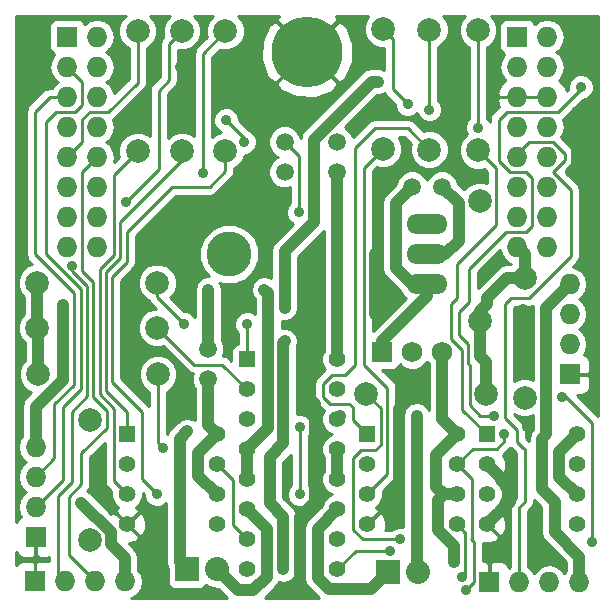
<source format=gtl>
%FSLAX34Y34*%
G04 Gerber Fmt 3.4, Leading zero omitted, Abs format*
G04 (created by PCBNEW (2014-jan-25)-product) date Wed 09 Jul 2014 11:31:52 PM PDT*
%MOIN*%
G01*
G70*
G90*
G04 APERTURE LIST*
%ADD10C,0.003937*%
%ADD11R,0.068000X0.068000*%
%ADD12O,0.068000X0.068000*%
%ADD13C,0.059100*%
%ADD14C,0.068000*%
%ADD15C,0.078700*%
%ADD16R,0.055000X0.055000*%
%ADD17C,0.055000*%
%ADD18R,0.080000X0.080000*%
%ADD19O,0.080000X0.080000*%
%ADD20O,0.137800X0.066900*%
%ADD21C,0.149600*%
%ADD22C,0.236220*%
%ADD23C,0.035000*%
%ADD24C,0.040000*%
%ADD25C,0.010000*%
G04 APERTURE END LIST*
G54D10*
G54D11*
X32000Y-41500D03*
G54D12*
X33000Y-41500D03*
X32000Y-42500D03*
X33000Y-42500D03*
X32000Y-43500D03*
X33000Y-43500D03*
X32000Y-44500D03*
X33000Y-44500D03*
X32000Y-45500D03*
X33000Y-45500D03*
X32000Y-46500D03*
X33000Y-46500D03*
X32000Y-47500D03*
X33000Y-47500D03*
X32000Y-48500D03*
X33000Y-48500D03*
G54D11*
X47000Y-41500D03*
G54D12*
X48000Y-41500D03*
X47000Y-42500D03*
X48000Y-42500D03*
X47000Y-43500D03*
X48000Y-43500D03*
X47000Y-44500D03*
X48000Y-44500D03*
X47000Y-45500D03*
X48000Y-45500D03*
X47000Y-46500D03*
X48000Y-46500D03*
X47000Y-47500D03*
X48000Y-47500D03*
X47000Y-48500D03*
X48000Y-48500D03*
G54D13*
X43500Y-46500D03*
X44500Y-46500D03*
X39250Y-46000D03*
X39250Y-45000D03*
X41000Y-46000D03*
X41000Y-45000D03*
X36700Y-52900D03*
X36700Y-51900D03*
G54D11*
X42500Y-52000D03*
G54D14*
X43500Y-52000D03*
X44500Y-52000D03*
G54D11*
X48750Y-52750D03*
G54D12*
X48750Y-51750D03*
X48750Y-50750D03*
X48750Y-49750D03*
G54D11*
X30950Y-58175D03*
G54D12*
X30950Y-57175D03*
X30950Y-56175D03*
X30950Y-55175D03*
G54D15*
X45750Y-50969D03*
X45750Y-46969D03*
X45700Y-41281D03*
X45700Y-45281D03*
X37275Y-41306D03*
X37275Y-45306D03*
X35825Y-41306D03*
X35825Y-45306D03*
X34350Y-41306D03*
X34350Y-45306D03*
X44075Y-41256D03*
X44075Y-45256D03*
X42525Y-41231D03*
X42525Y-45231D03*
X31006Y-51200D03*
X35006Y-51200D03*
X31006Y-49700D03*
X35006Y-49700D03*
X31031Y-52750D03*
X35031Y-52750D03*
X32750Y-54281D03*
X32750Y-58281D03*
X47250Y-49531D03*
X47250Y-53531D03*
X45969Y-53400D03*
X41969Y-53400D03*
G54D16*
X46000Y-54750D03*
G54D17*
X46000Y-55750D03*
X46000Y-56750D03*
X46000Y-57750D03*
X49000Y-57750D03*
X49000Y-56750D03*
X49000Y-55750D03*
X49000Y-54750D03*
G54D16*
X34000Y-54750D03*
G54D17*
X34000Y-55750D03*
X34000Y-56750D03*
X34000Y-57750D03*
X37000Y-57750D03*
X37000Y-56750D03*
X37000Y-55750D03*
X37000Y-54750D03*
G54D16*
X42000Y-54750D03*
G54D17*
X42000Y-55750D03*
X42000Y-56750D03*
X42000Y-57750D03*
X45000Y-57750D03*
X45000Y-56750D03*
X45000Y-55750D03*
X45000Y-54750D03*
G54D16*
X38000Y-52250D03*
G54D17*
X38000Y-53250D03*
X38000Y-54250D03*
X38000Y-55250D03*
X38000Y-56250D03*
X38000Y-57250D03*
X38000Y-58250D03*
X38000Y-59250D03*
X41000Y-59250D03*
X41000Y-58250D03*
X41000Y-57250D03*
X41000Y-56250D03*
X41000Y-55250D03*
X41000Y-54250D03*
X41000Y-53250D03*
X41000Y-52250D03*
G54D18*
X42700Y-59325D03*
G54D19*
X43700Y-59325D03*
G54D18*
X36000Y-59250D03*
G54D19*
X37000Y-59250D03*
G54D11*
X30925Y-59650D03*
G54D12*
X31925Y-59650D03*
X32925Y-59650D03*
X33925Y-59650D03*
G54D11*
X46075Y-59675D03*
G54D12*
X47075Y-59675D03*
X48075Y-59675D03*
X49075Y-59675D03*
G54D20*
X44000Y-48750D03*
X44000Y-49750D03*
X44000Y-47750D03*
G54D21*
X37400Y-48750D03*
G54D22*
X40000Y-42000D03*
G54D23*
X38575Y-49925D03*
X36700Y-49925D03*
X49125Y-43175D03*
X49500Y-58325D03*
X46225Y-54125D03*
X48480Y-53500D03*
X43350Y-43750D03*
X44075Y-43925D03*
X37900Y-45000D03*
X37300Y-44275D03*
X36525Y-46050D03*
X33950Y-47000D03*
X45700Y-44525D03*
X32450Y-57025D03*
X39250Y-50525D03*
X42350Y-43000D03*
X31850Y-50450D03*
X32150Y-49125D03*
X41000Y-47700D03*
X44900Y-59000D03*
X39725Y-47350D03*
X43050Y-55750D03*
X43500Y-53450D03*
X44925Y-41525D03*
X44925Y-43925D03*
X47340Y-54520D03*
X44925Y-45550D03*
X42225Y-41950D03*
X35750Y-42500D03*
X35000Y-42500D03*
X33500Y-42000D03*
X40250Y-48750D03*
X40250Y-50750D03*
X42250Y-50750D03*
X42250Y-48750D03*
X38275Y-41050D03*
X38500Y-47750D03*
X34000Y-49750D03*
X34000Y-51250D03*
X34000Y-52750D03*
X40250Y-52000D03*
X43000Y-56750D03*
X40250Y-55000D03*
X40000Y-53250D03*
X39750Y-59750D03*
X35000Y-57500D03*
X35000Y-59500D03*
X33000Y-55750D03*
X39750Y-57500D03*
X46750Y-57000D03*
X47500Y-58250D03*
X47200Y-52000D03*
X48800Y-46000D03*
X49000Y-44000D03*
X47200Y-50600D03*
X46000Y-49400D03*
X39250Y-51650D03*
X39200Y-59250D03*
X35000Y-56750D03*
X39750Y-56750D03*
X39750Y-54500D03*
X35900Y-51075D03*
X38000Y-51075D03*
X35200Y-55200D03*
X46575Y-54750D03*
X45300Y-59950D03*
X42750Y-58625D03*
X43100Y-58250D03*
X45150Y-59500D03*
X36000Y-54650D03*
X43650Y-54125D03*
G54D24*
X42500Y-52000D02*
X42500Y-51650D01*
X44000Y-50150D02*
X44000Y-49750D01*
X42500Y-51650D02*
X44000Y-50150D01*
X44000Y-49750D02*
X43500Y-49750D01*
X43500Y-49750D02*
X42950Y-49200D01*
X42950Y-47050D02*
X43500Y-46500D01*
X42950Y-49200D02*
X42950Y-47050D01*
X44000Y-49750D02*
X43550Y-49750D01*
X44000Y-49750D02*
X43525Y-49750D01*
X31031Y-52750D02*
X31031Y-51225D01*
X31031Y-51225D02*
X31006Y-51200D01*
X31006Y-51200D02*
X31006Y-49700D01*
X38000Y-55250D02*
X38699Y-54550D01*
X38699Y-50049D02*
X38575Y-49925D01*
X38699Y-51699D02*
X38699Y-50049D01*
X38699Y-54550D02*
X38699Y-51699D01*
X36700Y-51900D02*
X36700Y-49925D01*
X45750Y-50969D02*
X45812Y-50969D01*
X47250Y-49531D02*
X47250Y-48750D01*
X47250Y-48750D02*
X47000Y-48500D01*
X41000Y-55250D02*
X41000Y-56250D01*
X38000Y-55250D02*
X38000Y-56250D01*
X45050Y-47050D02*
X44500Y-46500D01*
X45050Y-48300D02*
X45050Y-47050D01*
X44600Y-48750D02*
X45050Y-48300D01*
X44000Y-48750D02*
X44600Y-48750D01*
X45969Y-52344D02*
X45750Y-52125D01*
X45750Y-52125D02*
X45750Y-50969D01*
X45969Y-53400D02*
X45969Y-52344D01*
X45750Y-50650D02*
X45750Y-50969D01*
X46669Y-49531D02*
X46000Y-50200D01*
X46000Y-50200D02*
X46000Y-50400D01*
X46000Y-50400D02*
X45750Y-50650D01*
X47250Y-49531D02*
X46669Y-49531D01*
G54D25*
X32000Y-42500D02*
X32500Y-43000D01*
X31300Y-48750D02*
X32450Y-49900D01*
X31300Y-44325D02*
X31300Y-48750D01*
X31625Y-44000D02*
X31300Y-44325D01*
X32275Y-44000D02*
X31625Y-44000D01*
X32500Y-43775D02*
X32275Y-44000D01*
X32500Y-43000D02*
X32500Y-43775D01*
X30950Y-57175D02*
X31850Y-56275D01*
X32450Y-53250D02*
X31850Y-53850D01*
X31850Y-53850D02*
X31850Y-56275D01*
X32450Y-49900D02*
X32450Y-53250D01*
X49500Y-54375D02*
X49500Y-58325D01*
X49492Y-54367D02*
X49500Y-54375D01*
X49125Y-43175D02*
X49125Y-43250D01*
X45775Y-54125D02*
X46225Y-54125D01*
X45425Y-53775D02*
X45775Y-54125D01*
X45425Y-52450D02*
X45425Y-53775D01*
X45375Y-52400D02*
X45425Y-52450D01*
X45375Y-51750D02*
X45375Y-52400D01*
X45050Y-51425D02*
X45375Y-51750D01*
X45050Y-50675D02*
X45050Y-51425D01*
X45400Y-50325D02*
X45050Y-50675D01*
X45400Y-49225D02*
X45400Y-50325D01*
X46625Y-48000D02*
X45400Y-49225D01*
X47300Y-48000D02*
X46625Y-48000D01*
X47500Y-47800D02*
X47300Y-48000D01*
X47500Y-46200D02*
X47500Y-47800D01*
X47300Y-46000D02*
X47500Y-46200D01*
X46750Y-46000D02*
X47300Y-46000D01*
X46388Y-45638D02*
X46750Y-46000D01*
X46388Y-44261D02*
X46388Y-45638D01*
X46650Y-44000D02*
X46388Y-44261D01*
X48375Y-44000D02*
X46650Y-44000D01*
X49125Y-43250D02*
X48375Y-44000D01*
X48625Y-53500D02*
X48480Y-53500D01*
X49492Y-54367D02*
X48625Y-53500D01*
X30950Y-56175D02*
X31575Y-55550D01*
X32225Y-53100D02*
X31575Y-53750D01*
X31575Y-53750D02*
X31575Y-55550D01*
X32225Y-50050D02*
X30925Y-48750D01*
X31425Y-43500D02*
X30925Y-44000D01*
X30925Y-44000D02*
X30925Y-48750D01*
X32000Y-43500D02*
X31425Y-43500D01*
X32225Y-50050D02*
X32225Y-53100D01*
X42775Y-41481D02*
X42525Y-41231D01*
X43350Y-43750D02*
X42850Y-43250D01*
X42850Y-43250D02*
X42850Y-41556D01*
X42850Y-41556D02*
X42525Y-41231D01*
X32000Y-45500D02*
X32500Y-45000D01*
X34350Y-43025D02*
X34350Y-41306D01*
X33375Y-44000D02*
X34350Y-43025D01*
X32750Y-44000D02*
X33375Y-44000D01*
X32500Y-44250D02*
X32750Y-44000D01*
X32500Y-45000D02*
X32500Y-44250D01*
X32050Y-56825D02*
X32050Y-58775D01*
X32050Y-58775D02*
X32925Y-59650D01*
X32500Y-46000D02*
X32500Y-49300D01*
X33325Y-53965D02*
X33325Y-54525D01*
X33000Y-45500D02*
X32500Y-46000D01*
X32475Y-56400D02*
X32475Y-55375D01*
X32475Y-55375D02*
X33325Y-54525D01*
X32050Y-56825D02*
X32475Y-56400D01*
X32865Y-49665D02*
X32865Y-53505D01*
X32865Y-53505D02*
X33325Y-53965D01*
X32500Y-49300D02*
X32865Y-49665D01*
X44075Y-41256D02*
X44075Y-43925D01*
X37300Y-44275D02*
X37900Y-44875D01*
X37900Y-44875D02*
X37900Y-45000D01*
X36525Y-42056D02*
X37275Y-41306D01*
X36525Y-46050D02*
X36525Y-42056D01*
X35053Y-45897D02*
X33950Y-47000D01*
X35400Y-41731D02*
X35825Y-41306D01*
X35053Y-43297D02*
X35400Y-42950D01*
X35400Y-42950D02*
X35400Y-41731D01*
X35053Y-45897D02*
X35053Y-43297D01*
X45700Y-44525D02*
X45700Y-41281D01*
G54D24*
X33450Y-58400D02*
X33925Y-58875D01*
X33450Y-58000D02*
X33450Y-58400D01*
X33925Y-58875D02*
X33925Y-59650D01*
X47975Y-50525D02*
X47975Y-54750D01*
X47975Y-54750D02*
X47835Y-54890D01*
X48750Y-49750D02*
X47975Y-50525D01*
X47835Y-56585D02*
X47835Y-54890D01*
X32450Y-57025D02*
X32475Y-57025D01*
X32475Y-57025D02*
X33450Y-58000D01*
X39250Y-48650D02*
X39250Y-50525D01*
X40225Y-47675D02*
X39250Y-48650D01*
X42150Y-43000D02*
X40225Y-44925D01*
X42350Y-43000D02*
X42150Y-43000D01*
X40225Y-44925D02*
X40225Y-47675D01*
X30950Y-53825D02*
X30950Y-55175D01*
X30950Y-53825D02*
X31850Y-52925D01*
X31850Y-52925D02*
X31850Y-50450D01*
X49075Y-58825D02*
X48250Y-58000D01*
X48250Y-58000D02*
X48250Y-57000D01*
X48250Y-57000D02*
X47835Y-56585D01*
X49075Y-59675D02*
X49075Y-58825D01*
G54D25*
X47400Y-45000D02*
X48200Y-45000D01*
X48200Y-45000D02*
X48600Y-45400D01*
X48600Y-45400D02*
X48600Y-45600D01*
X48600Y-45600D02*
X48200Y-46000D01*
X48200Y-46000D02*
X48800Y-46600D01*
X48800Y-46600D02*
X48800Y-48800D01*
X48800Y-48800D02*
X47400Y-50200D01*
X47200Y-55200D02*
X47250Y-55250D01*
X47250Y-55250D02*
X47250Y-57000D01*
X47250Y-57000D02*
X47075Y-57175D01*
X47075Y-57175D02*
X47075Y-59675D01*
X46600Y-54200D02*
X47000Y-54600D01*
X47000Y-54600D02*
X47000Y-55000D01*
X47000Y-55000D02*
X47200Y-55200D01*
X47000Y-45400D02*
X47400Y-45000D01*
X47000Y-45500D02*
X47000Y-45400D01*
X46800Y-50200D02*
X46600Y-50400D01*
X46600Y-50400D02*
X46600Y-54200D01*
X47400Y-50200D02*
X46800Y-50200D01*
X32150Y-49300D02*
X32150Y-49125D01*
X32665Y-49815D02*
X32150Y-49300D01*
X32665Y-53485D02*
X32665Y-49815D01*
X32150Y-54000D02*
X32665Y-53485D01*
X32150Y-56350D02*
X32150Y-54000D01*
X31700Y-56800D02*
X32150Y-56350D01*
X31700Y-59425D02*
X31700Y-56800D01*
X31925Y-59650D02*
X31700Y-59425D01*
G54D24*
X41000Y-52250D02*
X41000Y-47700D01*
X37000Y-56750D02*
X36375Y-56125D01*
X36375Y-55375D02*
X37000Y-54750D01*
X36375Y-56125D02*
X36375Y-55375D01*
X37000Y-54750D02*
X36700Y-54450D01*
X36700Y-54450D02*
X36700Y-52900D01*
X44500Y-52000D02*
X44500Y-52150D01*
X44500Y-54250D02*
X45000Y-54750D01*
X44500Y-52000D02*
X44500Y-54250D01*
X44550Y-56750D02*
X44300Y-56500D01*
X45000Y-56750D02*
X44550Y-56750D01*
X48410Y-56160D02*
X48410Y-55340D01*
X48410Y-55340D02*
X49000Y-54750D01*
X49000Y-56750D02*
X48410Y-56160D01*
X44300Y-56500D02*
X44300Y-55450D01*
X44300Y-55450D02*
X45000Y-54750D01*
X44900Y-58475D02*
X44350Y-57925D01*
X44350Y-57925D02*
X44350Y-56950D01*
X44550Y-56750D02*
X44350Y-56950D01*
X44900Y-59000D02*
X44900Y-58475D01*
X41000Y-47700D02*
X41000Y-46000D01*
G54D25*
X39725Y-47350D02*
X39750Y-47325D01*
X39725Y-45475D02*
X39250Y-45000D01*
X39725Y-47350D02*
X39725Y-45475D01*
G54D24*
X43050Y-55750D02*
X43050Y-55750D01*
X43050Y-53899D02*
X43500Y-53450D01*
X43050Y-55750D02*
X43050Y-53899D01*
X44925Y-43925D02*
X44925Y-41525D01*
X44925Y-43925D02*
X44925Y-45550D01*
X40250Y-48750D02*
X40250Y-50750D01*
X42250Y-50750D02*
X42250Y-48750D01*
G54D25*
X44925Y-45550D02*
X44525Y-45950D01*
X42250Y-46750D02*
X42250Y-48750D01*
X43050Y-45950D02*
X42250Y-46750D01*
X44525Y-45950D02*
X43050Y-45950D01*
G54D24*
X38275Y-44525D02*
X38275Y-41050D01*
X38500Y-44750D02*
X38500Y-47750D01*
X38275Y-44525D02*
X38500Y-44750D01*
X34000Y-52750D02*
X34000Y-51250D01*
X34000Y-49750D02*
X34000Y-51250D01*
X40250Y-50750D02*
X40250Y-52000D01*
X43050Y-56700D02*
X43000Y-56750D01*
X43050Y-55750D02*
X43050Y-56700D01*
X40250Y-55000D02*
X40250Y-57000D01*
X40000Y-53500D02*
X40250Y-53750D01*
X40250Y-53750D02*
X40250Y-55000D01*
X40000Y-52250D02*
X40250Y-52000D01*
X40000Y-52250D02*
X40000Y-53250D01*
X40000Y-53250D02*
X40000Y-53500D01*
X40250Y-57000D02*
X39750Y-57500D01*
X39750Y-59750D02*
X39750Y-57500D01*
X35000Y-57500D02*
X35000Y-59500D01*
X46750Y-56500D02*
X46750Y-57000D01*
X46750Y-57000D02*
X46000Y-57750D01*
X46000Y-55750D02*
X46750Y-56500D01*
X49000Y-45800D02*
X48800Y-46000D01*
X49000Y-44000D02*
X49000Y-45800D01*
X47200Y-52000D02*
X47200Y-50600D01*
X38750Y-55500D02*
X39200Y-55050D01*
X38750Y-57050D02*
X38750Y-55500D01*
X39250Y-51650D02*
X39200Y-51700D01*
X39200Y-51700D02*
X39200Y-55050D01*
X39200Y-57500D02*
X38750Y-57050D01*
X39200Y-59250D02*
X39200Y-57500D01*
G54D25*
X46000Y-54750D02*
X45175Y-53925D01*
X46300Y-45881D02*
X45700Y-45281D01*
X46300Y-47775D02*
X46300Y-45881D01*
X45000Y-49075D02*
X46300Y-47775D01*
X45000Y-50200D02*
X44800Y-50400D01*
X44800Y-50400D02*
X44800Y-51575D01*
X44800Y-51575D02*
X45175Y-51950D01*
X45175Y-51950D02*
X45175Y-53925D01*
X45000Y-49075D02*
X45000Y-50200D01*
X37275Y-45975D02*
X36750Y-46500D01*
X36750Y-46500D02*
X35500Y-46500D01*
X35500Y-46500D02*
X34000Y-48000D01*
X34000Y-48000D02*
X34000Y-49000D01*
X34000Y-49000D02*
X33500Y-49499D01*
X33500Y-49499D02*
X33500Y-53000D01*
X33500Y-53000D02*
X34500Y-54000D01*
X34500Y-54000D02*
X34500Y-56250D01*
X34500Y-56250D02*
X35000Y-56750D01*
X37275Y-45306D02*
X37275Y-45975D01*
X33760Y-48880D02*
X33760Y-47660D01*
X35825Y-45595D02*
X35825Y-45306D01*
X33760Y-47660D02*
X35825Y-45595D01*
X33300Y-53320D02*
X33300Y-49340D01*
X33300Y-49340D02*
X33760Y-48880D01*
X34000Y-54020D02*
X34000Y-54750D01*
X33300Y-53320D02*
X34000Y-54020D01*
X34350Y-45306D02*
X33550Y-46106D01*
X33550Y-53890D02*
X33550Y-56300D01*
X33550Y-46106D02*
X33550Y-48780D01*
X34000Y-56750D02*
X33550Y-56300D01*
X34000Y-56750D02*
X34225Y-56750D01*
X33080Y-49250D02*
X33080Y-53420D01*
X33080Y-53420D02*
X33550Y-53890D01*
X33550Y-48780D02*
X33080Y-49250D01*
X44075Y-45256D02*
X43369Y-44550D01*
X41525Y-54275D02*
X41525Y-53850D01*
X41525Y-53850D02*
X41400Y-53725D01*
X41400Y-53725D02*
X40750Y-53725D01*
X40750Y-53725D02*
X40525Y-53500D01*
X40525Y-53500D02*
X40525Y-53075D01*
X40525Y-53075D02*
X40825Y-52775D01*
X40825Y-52775D02*
X41275Y-52775D01*
X41275Y-52775D02*
X41600Y-52450D01*
X41600Y-52450D02*
X41600Y-45200D01*
X41525Y-54275D02*
X42000Y-54750D01*
X42250Y-44550D02*
X41600Y-45200D01*
X43369Y-44550D02*
X42250Y-44550D01*
X42000Y-56750D02*
X42675Y-56075D01*
X41900Y-45856D02*
X42525Y-45231D01*
X41900Y-52425D02*
X41900Y-45856D01*
X42675Y-53200D02*
X41900Y-52425D01*
X42675Y-56075D02*
X42675Y-53200D01*
X36231Y-52425D02*
X35006Y-51200D01*
X38000Y-53250D02*
X37175Y-52425D01*
X37175Y-52425D02*
X36231Y-52425D01*
X39750Y-54500D02*
X39750Y-56750D01*
X38000Y-52250D02*
X38000Y-51075D01*
X35006Y-50181D02*
X35006Y-49700D01*
X35900Y-51075D02*
X35006Y-50181D01*
X38000Y-58250D02*
X37525Y-57775D01*
X37525Y-56275D02*
X37000Y-55750D01*
X37525Y-57775D02*
X37525Y-56275D01*
X35200Y-55200D02*
X35031Y-55031D01*
X35031Y-55031D02*
X35031Y-52750D01*
X46325Y-55225D02*
X46575Y-54975D01*
X46575Y-54975D02*
X46575Y-54750D01*
X45525Y-55225D02*
X46325Y-55225D01*
X45000Y-55750D02*
X45525Y-55225D01*
X45575Y-58337D02*
X45475Y-58237D01*
X45487Y-58237D02*
X45487Y-56237D01*
X45487Y-56237D02*
X45000Y-55750D01*
X45475Y-58237D02*
X45487Y-58237D01*
X45300Y-59950D02*
X45575Y-59675D01*
X45575Y-59675D02*
X45575Y-58337D01*
X41625Y-58625D02*
X42750Y-58625D01*
X41000Y-59250D02*
X41625Y-58625D01*
X41525Y-57925D02*
X41525Y-55550D01*
X41969Y-53400D02*
X42450Y-53881D01*
X42450Y-53881D02*
X42450Y-55100D01*
X42450Y-55100D02*
X42275Y-55275D01*
X42275Y-55275D02*
X41800Y-55275D01*
X41800Y-55275D02*
X41525Y-55550D01*
X43100Y-58250D02*
X41850Y-58250D01*
X41850Y-58250D02*
X41525Y-57925D01*
X45000Y-57750D02*
X45275Y-58025D01*
X45150Y-59500D02*
X45275Y-59375D01*
X45275Y-59375D02*
X45275Y-58025D01*
G54D24*
X35750Y-54900D02*
X35750Y-59000D01*
X36000Y-54650D02*
X35750Y-54900D01*
X35750Y-59000D02*
X36000Y-59250D01*
X38650Y-57900D02*
X38650Y-59500D01*
X38650Y-59500D02*
X38200Y-59950D01*
X38200Y-59950D02*
X37700Y-59950D01*
X37700Y-59950D02*
X37000Y-59250D01*
X38000Y-57250D02*
X38650Y-57900D01*
X41000Y-57250D02*
X40350Y-57900D01*
X42125Y-59900D02*
X42700Y-59325D01*
X40725Y-59900D02*
X42125Y-59900D01*
X40350Y-59525D02*
X40725Y-59900D01*
X40350Y-57900D02*
X40350Y-59525D01*
X43650Y-59275D02*
X43700Y-59325D01*
X41000Y-54250D02*
X41100Y-54150D01*
X43650Y-54125D02*
X43650Y-59275D01*
G54D25*
G36*
X31400Y-58987D02*
X31334Y-58960D01*
X31022Y-58960D01*
X30935Y-59047D01*
X30935Y-59640D01*
X30942Y-59640D01*
X30942Y-59660D01*
X30935Y-59660D01*
X30935Y-59667D01*
X30915Y-59667D01*
X30915Y-59660D01*
X30907Y-59660D01*
X30907Y-59640D01*
X30915Y-59640D01*
X30915Y-59047D01*
X30827Y-58960D01*
X30515Y-58960D01*
X30386Y-59013D01*
X30300Y-59100D01*
X30300Y-58681D01*
X30313Y-58713D01*
X30411Y-58811D01*
X30540Y-58865D01*
X30679Y-58865D01*
X30852Y-58865D01*
X30940Y-58777D01*
X30940Y-58185D01*
X30932Y-58185D01*
X30932Y-58165D01*
X30940Y-58165D01*
X30940Y-58157D01*
X30960Y-58157D01*
X30960Y-58165D01*
X30967Y-58165D01*
X30967Y-58185D01*
X30960Y-58185D01*
X30960Y-58777D01*
X31047Y-58865D01*
X31220Y-58865D01*
X31359Y-58865D01*
X31400Y-58848D01*
X31400Y-58987D01*
X31400Y-58987D01*
G37*
X31400Y-58987D02*
X31334Y-58960D01*
X31022Y-58960D01*
X30935Y-59047D01*
X30935Y-59640D01*
X30942Y-59640D01*
X30942Y-59660D01*
X30935Y-59660D01*
X30935Y-59667D01*
X30915Y-59667D01*
X30915Y-59660D01*
X30907Y-59660D01*
X30907Y-59640D01*
X30915Y-59640D01*
X30915Y-59047D01*
X30827Y-58960D01*
X30515Y-58960D01*
X30386Y-59013D01*
X30300Y-59100D01*
X30300Y-58681D01*
X30313Y-58713D01*
X30411Y-58811D01*
X30540Y-58865D01*
X30679Y-58865D01*
X30852Y-58865D01*
X30940Y-58777D01*
X30940Y-58185D01*
X30932Y-58185D01*
X30932Y-58165D01*
X30940Y-58165D01*
X30940Y-58157D01*
X30960Y-58157D01*
X30960Y-58165D01*
X30967Y-58165D01*
X30967Y-58185D01*
X30960Y-58185D01*
X30960Y-58777D01*
X31047Y-58865D01*
X31220Y-58865D01*
X31359Y-58865D01*
X31400Y-58848D01*
X31400Y-58987D01*
G36*
X34019Y-55755D02*
X34005Y-55769D01*
X34000Y-55764D01*
X33994Y-55769D01*
X33980Y-55755D01*
X33985Y-55750D01*
X33980Y-55744D01*
X33994Y-55730D01*
X34000Y-55735D01*
X34005Y-55730D01*
X34019Y-55744D01*
X34014Y-55750D01*
X34019Y-55755D01*
X34019Y-55755D01*
G37*
X34019Y-55755D02*
X34005Y-55769D01*
X34000Y-55764D01*
X33994Y-55769D01*
X33980Y-55755D01*
X33985Y-55750D01*
X33980Y-55744D01*
X33994Y-55730D01*
X34000Y-55735D01*
X34005Y-55730D01*
X34019Y-55744D01*
X34014Y-55750D01*
X34019Y-55755D01*
G36*
X34050Y-42900D02*
X33568Y-43381D01*
X33545Y-43262D01*
X33417Y-43071D01*
X33310Y-43000D01*
X33417Y-42928D01*
X33545Y-42737D01*
X33590Y-42511D01*
X33590Y-42488D01*
X33545Y-42262D01*
X33417Y-42071D01*
X33310Y-42000D01*
X33417Y-41928D01*
X33545Y-41737D01*
X33590Y-41511D01*
X33590Y-41488D01*
X33545Y-41262D01*
X33417Y-41071D01*
X33225Y-40943D01*
X33000Y-40898D01*
X32774Y-40943D01*
X32582Y-41071D01*
X32577Y-41079D01*
X32551Y-41018D01*
X32481Y-40948D01*
X32389Y-40910D01*
X32290Y-40910D01*
X31610Y-40910D01*
X31518Y-40948D01*
X31448Y-41018D01*
X31410Y-41110D01*
X31410Y-41209D01*
X31410Y-41889D01*
X31448Y-41981D01*
X31518Y-42051D01*
X31578Y-42077D01*
X31454Y-42262D01*
X31410Y-42488D01*
X31410Y-42511D01*
X31454Y-42737D01*
X31582Y-42928D01*
X31689Y-43000D01*
X31582Y-43071D01*
X31496Y-43200D01*
X31425Y-43200D01*
X31310Y-43222D01*
X31212Y-43287D01*
X30712Y-43787D01*
X30647Y-43885D01*
X30625Y-44000D01*
X30625Y-48750D01*
X30647Y-48864D01*
X30712Y-48962D01*
X30828Y-49077D01*
X30641Y-49154D01*
X30460Y-49335D01*
X30362Y-49571D01*
X30362Y-49827D01*
X30460Y-50064D01*
X30556Y-50160D01*
X30556Y-50739D01*
X30460Y-50835D01*
X30362Y-51071D01*
X30362Y-51327D01*
X30460Y-51564D01*
X30581Y-51685D01*
X30581Y-52289D01*
X30485Y-52385D01*
X30387Y-52621D01*
X30387Y-52877D01*
X30485Y-53114D01*
X30666Y-53295D01*
X30791Y-53347D01*
X30631Y-53506D01*
X30534Y-53652D01*
X30500Y-53825D01*
X30500Y-54795D01*
X30404Y-54937D01*
X30360Y-55163D01*
X30360Y-55186D01*
X30404Y-55412D01*
X30532Y-55603D01*
X30639Y-55675D01*
X30532Y-55746D01*
X30404Y-55937D01*
X30360Y-56163D01*
X30360Y-56186D01*
X30404Y-56412D01*
X30532Y-56603D01*
X30639Y-56675D01*
X30532Y-56746D01*
X30404Y-56937D01*
X30360Y-57163D01*
X30360Y-57186D01*
X30404Y-57412D01*
X30472Y-57513D01*
X30411Y-57538D01*
X30313Y-57636D01*
X30300Y-57668D01*
X30300Y-40800D01*
X33946Y-40800D01*
X33804Y-40941D01*
X33706Y-41177D01*
X33706Y-41433D01*
X33804Y-41670D01*
X33985Y-41851D01*
X34050Y-41878D01*
X34050Y-42900D01*
X34050Y-42900D01*
G37*
X34050Y-42900D02*
X33568Y-43381D01*
X33545Y-43262D01*
X33417Y-43071D01*
X33310Y-43000D01*
X33417Y-42928D01*
X33545Y-42737D01*
X33590Y-42511D01*
X33590Y-42488D01*
X33545Y-42262D01*
X33417Y-42071D01*
X33310Y-42000D01*
X33417Y-41928D01*
X33545Y-41737D01*
X33590Y-41511D01*
X33590Y-41488D01*
X33545Y-41262D01*
X33417Y-41071D01*
X33225Y-40943D01*
X33000Y-40898D01*
X32774Y-40943D01*
X32582Y-41071D01*
X32577Y-41079D01*
X32551Y-41018D01*
X32481Y-40948D01*
X32389Y-40910D01*
X32290Y-40910D01*
X31610Y-40910D01*
X31518Y-40948D01*
X31448Y-41018D01*
X31410Y-41110D01*
X31410Y-41209D01*
X31410Y-41889D01*
X31448Y-41981D01*
X31518Y-42051D01*
X31578Y-42077D01*
X31454Y-42262D01*
X31410Y-42488D01*
X31410Y-42511D01*
X31454Y-42737D01*
X31582Y-42928D01*
X31689Y-43000D01*
X31582Y-43071D01*
X31496Y-43200D01*
X31425Y-43200D01*
X31310Y-43222D01*
X31212Y-43287D01*
X30712Y-43787D01*
X30647Y-43885D01*
X30625Y-44000D01*
X30625Y-48750D01*
X30647Y-48864D01*
X30712Y-48962D01*
X30828Y-49077D01*
X30641Y-49154D01*
X30460Y-49335D01*
X30362Y-49571D01*
X30362Y-49827D01*
X30460Y-50064D01*
X30556Y-50160D01*
X30556Y-50739D01*
X30460Y-50835D01*
X30362Y-51071D01*
X30362Y-51327D01*
X30460Y-51564D01*
X30581Y-51685D01*
X30581Y-52289D01*
X30485Y-52385D01*
X30387Y-52621D01*
X30387Y-52877D01*
X30485Y-53114D01*
X30666Y-53295D01*
X30791Y-53347D01*
X30631Y-53506D01*
X30534Y-53652D01*
X30500Y-53825D01*
X30500Y-54795D01*
X30404Y-54937D01*
X30360Y-55163D01*
X30360Y-55186D01*
X30404Y-55412D01*
X30532Y-55603D01*
X30639Y-55675D01*
X30532Y-55746D01*
X30404Y-55937D01*
X30360Y-56163D01*
X30360Y-56186D01*
X30404Y-56412D01*
X30532Y-56603D01*
X30639Y-56675D01*
X30532Y-56746D01*
X30404Y-56937D01*
X30360Y-57163D01*
X30360Y-57186D01*
X30404Y-57412D01*
X30472Y-57513D01*
X30411Y-57538D01*
X30313Y-57636D01*
X30300Y-57668D01*
X30300Y-40800D01*
X33946Y-40800D01*
X33804Y-40941D01*
X33706Y-41177D01*
X33706Y-41433D01*
X33804Y-41670D01*
X33985Y-41851D01*
X34050Y-41878D01*
X34050Y-42900D01*
G36*
X35421Y-40800D02*
X35279Y-40941D01*
X35181Y-41177D01*
X35181Y-41433D01*
X35208Y-41498D01*
X35187Y-41518D01*
X35122Y-41616D01*
X35100Y-41731D01*
X35100Y-42825D01*
X34840Y-43084D01*
X34775Y-43182D01*
X34753Y-43297D01*
X34753Y-44798D01*
X34714Y-44760D01*
X34478Y-44662D01*
X34222Y-44662D01*
X33985Y-44760D01*
X33804Y-44941D01*
X33706Y-45177D01*
X33706Y-45433D01*
X33733Y-45498D01*
X33557Y-45674D01*
X33590Y-45511D01*
X33590Y-45488D01*
X33545Y-45262D01*
X33417Y-45071D01*
X33310Y-45000D01*
X33417Y-44928D01*
X33545Y-44737D01*
X33590Y-44511D01*
X33590Y-44488D01*
X33545Y-44262D01*
X33534Y-44247D01*
X33587Y-44212D01*
X34562Y-43237D01*
X34627Y-43139D01*
X34627Y-43139D01*
X34650Y-43025D01*
X34650Y-41878D01*
X34714Y-41851D01*
X34895Y-41670D01*
X34993Y-41434D01*
X34993Y-41178D01*
X34895Y-40941D01*
X34754Y-40800D01*
X35421Y-40800D01*
X35421Y-40800D01*
G37*
X35421Y-40800D02*
X35279Y-40941D01*
X35181Y-41177D01*
X35181Y-41433D01*
X35208Y-41498D01*
X35187Y-41518D01*
X35122Y-41616D01*
X35100Y-41731D01*
X35100Y-42825D01*
X34840Y-43084D01*
X34775Y-43182D01*
X34753Y-43297D01*
X34753Y-44798D01*
X34714Y-44760D01*
X34478Y-44662D01*
X34222Y-44662D01*
X33985Y-44760D01*
X33804Y-44941D01*
X33706Y-45177D01*
X33706Y-45433D01*
X33733Y-45498D01*
X33557Y-45674D01*
X33590Y-45511D01*
X33590Y-45488D01*
X33545Y-45262D01*
X33417Y-45071D01*
X33310Y-45000D01*
X33417Y-44928D01*
X33545Y-44737D01*
X33590Y-44511D01*
X33590Y-44488D01*
X33545Y-44262D01*
X33534Y-44247D01*
X33587Y-44212D01*
X34562Y-43237D01*
X34627Y-43139D01*
X34627Y-43139D01*
X34650Y-43025D01*
X34650Y-41878D01*
X34714Y-41851D01*
X34895Y-41670D01*
X34993Y-41434D01*
X34993Y-41178D01*
X34895Y-40941D01*
X34754Y-40800D01*
X35421Y-40800D01*
G36*
X36871Y-40800D02*
X36729Y-40941D01*
X36631Y-41177D01*
X36631Y-41433D01*
X36658Y-41498D01*
X36312Y-41843D01*
X36247Y-41941D01*
X36225Y-42056D01*
X36225Y-44795D01*
X36189Y-44760D01*
X35953Y-44662D01*
X35697Y-44662D01*
X35460Y-44760D01*
X35353Y-44867D01*
X35353Y-43421D01*
X35612Y-43162D01*
X35612Y-43162D01*
X35677Y-43064D01*
X35677Y-43064D01*
X35700Y-42950D01*
X35700Y-41949D01*
X35952Y-41949D01*
X36189Y-41851D01*
X36370Y-41670D01*
X36468Y-41434D01*
X36468Y-41178D01*
X36370Y-40941D01*
X36229Y-40800D01*
X36871Y-40800D01*
X36871Y-40800D01*
G37*
X36871Y-40800D02*
X36729Y-40941D01*
X36631Y-41177D01*
X36631Y-41433D01*
X36658Y-41498D01*
X36312Y-41843D01*
X36247Y-41941D01*
X36225Y-42056D01*
X36225Y-44795D01*
X36189Y-44760D01*
X35953Y-44662D01*
X35697Y-44662D01*
X35460Y-44760D01*
X35353Y-44867D01*
X35353Y-43421D01*
X35612Y-43162D01*
X35612Y-43162D01*
X35677Y-43064D01*
X35677Y-43064D01*
X35700Y-42950D01*
X35700Y-41949D01*
X35952Y-41949D01*
X36189Y-41851D01*
X36370Y-41670D01*
X36468Y-41434D01*
X36468Y-41178D01*
X36370Y-40941D01*
X36229Y-40800D01*
X36871Y-40800D01*
G36*
X37313Y-60200D02*
X34627Y-60200D01*
X34627Y-57640D01*
X34538Y-57408D01*
X34521Y-57383D01*
X34395Y-57368D01*
X34014Y-57750D01*
X34395Y-58131D01*
X34521Y-58116D01*
X34621Y-57889D01*
X34627Y-57640D01*
X34627Y-60200D01*
X34137Y-60200D01*
X34162Y-60195D01*
X34353Y-60067D01*
X34481Y-59875D01*
X34526Y-59650D01*
X34481Y-59424D01*
X34375Y-59264D01*
X34375Y-58875D01*
X34340Y-58702D01*
X34243Y-58556D01*
X34063Y-58376D01*
X34109Y-58377D01*
X34341Y-58288D01*
X34366Y-58271D01*
X34381Y-58145D01*
X34000Y-57764D01*
X33994Y-57769D01*
X33980Y-57755D01*
X33985Y-57750D01*
X33604Y-57368D01*
X33478Y-57383D01*
X33475Y-57389D01*
X32793Y-56706D01*
X32672Y-56626D01*
X32687Y-56612D01*
X32687Y-56612D01*
X32752Y-56514D01*
X32752Y-56514D01*
X32775Y-56400D01*
X32775Y-55499D01*
X33250Y-55024D01*
X33250Y-56300D01*
X33272Y-56414D01*
X33337Y-56512D01*
X33475Y-56649D01*
X33474Y-56853D01*
X33554Y-57047D01*
X33702Y-57194D01*
X33702Y-57194D01*
X33658Y-57211D01*
X33633Y-57228D01*
X33618Y-57354D01*
X34000Y-57735D01*
X34381Y-57354D01*
X34366Y-57228D01*
X34293Y-57196D01*
X34297Y-57195D01*
X34444Y-57047D01*
X34524Y-56854D01*
X34525Y-56750D01*
X34525Y-56699D01*
X34575Y-56749D01*
X34574Y-56834D01*
X34639Y-56990D01*
X34758Y-57110D01*
X34915Y-57174D01*
X35084Y-57175D01*
X35240Y-57110D01*
X35300Y-57051D01*
X35300Y-59000D01*
X35334Y-59172D01*
X35350Y-59195D01*
X35350Y-59699D01*
X35388Y-59791D01*
X35458Y-59861D01*
X35550Y-59900D01*
X35649Y-59900D01*
X36449Y-59900D01*
X36541Y-59861D01*
X36611Y-59791D01*
X36620Y-59771D01*
X36738Y-59850D01*
X36987Y-59900D01*
X37012Y-59900D01*
X37013Y-59899D01*
X37313Y-60200D01*
X37313Y-60200D01*
G37*
X37313Y-60200D02*
X34627Y-60200D01*
X34627Y-57640D01*
X34538Y-57408D01*
X34521Y-57383D01*
X34395Y-57368D01*
X34014Y-57750D01*
X34395Y-58131D01*
X34521Y-58116D01*
X34621Y-57889D01*
X34627Y-57640D01*
X34627Y-60200D01*
X34137Y-60200D01*
X34162Y-60195D01*
X34353Y-60067D01*
X34481Y-59875D01*
X34526Y-59650D01*
X34481Y-59424D01*
X34375Y-59264D01*
X34375Y-58875D01*
X34340Y-58702D01*
X34243Y-58556D01*
X34063Y-58376D01*
X34109Y-58377D01*
X34341Y-58288D01*
X34366Y-58271D01*
X34381Y-58145D01*
X34000Y-57764D01*
X33994Y-57769D01*
X33980Y-57755D01*
X33985Y-57750D01*
X33604Y-57368D01*
X33478Y-57383D01*
X33475Y-57389D01*
X32793Y-56706D01*
X32672Y-56626D01*
X32687Y-56612D01*
X32687Y-56612D01*
X32752Y-56514D01*
X32752Y-56514D01*
X32775Y-56400D01*
X32775Y-55499D01*
X33250Y-55024D01*
X33250Y-56300D01*
X33272Y-56414D01*
X33337Y-56512D01*
X33475Y-56649D01*
X33474Y-56853D01*
X33554Y-57047D01*
X33702Y-57194D01*
X33702Y-57194D01*
X33658Y-57211D01*
X33633Y-57228D01*
X33618Y-57354D01*
X34000Y-57735D01*
X34381Y-57354D01*
X34366Y-57228D01*
X34293Y-57196D01*
X34297Y-57195D01*
X34444Y-57047D01*
X34524Y-56854D01*
X34525Y-56750D01*
X34525Y-56699D01*
X34575Y-56749D01*
X34574Y-56834D01*
X34639Y-56990D01*
X34758Y-57110D01*
X34915Y-57174D01*
X35084Y-57175D01*
X35240Y-57110D01*
X35300Y-57051D01*
X35300Y-59000D01*
X35334Y-59172D01*
X35350Y-59195D01*
X35350Y-59699D01*
X35388Y-59791D01*
X35458Y-59861D01*
X35550Y-59900D01*
X35649Y-59900D01*
X36449Y-59900D01*
X36541Y-59861D01*
X36611Y-59791D01*
X36620Y-59771D01*
X36738Y-59850D01*
X36987Y-59900D01*
X37012Y-59900D01*
X37013Y-59899D01*
X37313Y-60200D01*
G36*
X40835Y-56750D02*
X40703Y-56804D01*
X40555Y-56952D01*
X40479Y-57133D01*
X40031Y-57581D01*
X39934Y-57727D01*
X39900Y-57900D01*
X39900Y-59525D01*
X39934Y-59697D01*
X40031Y-59843D01*
X40388Y-60200D01*
X38586Y-60200D01*
X38968Y-59818D01*
X39065Y-59673D01*
X39200Y-59700D01*
X39372Y-59665D01*
X39518Y-59568D01*
X39615Y-59422D01*
X39650Y-59250D01*
X39650Y-57500D01*
X39615Y-57327D01*
X39518Y-57181D01*
X39200Y-56863D01*
X39200Y-55686D01*
X39450Y-55436D01*
X39450Y-56448D01*
X39389Y-56508D01*
X39325Y-56665D01*
X39324Y-56834D01*
X39389Y-56990D01*
X39508Y-57110D01*
X39665Y-57174D01*
X39834Y-57175D01*
X39990Y-57110D01*
X40110Y-56991D01*
X40174Y-56834D01*
X40175Y-56665D01*
X40110Y-56509D01*
X40050Y-56448D01*
X40050Y-54801D01*
X40110Y-54741D01*
X40174Y-54584D01*
X40175Y-54415D01*
X40110Y-54259D01*
X39991Y-54139D01*
X39834Y-54075D01*
X39665Y-54074D01*
X39650Y-54081D01*
X39650Y-51845D01*
X39665Y-51822D01*
X39700Y-51650D01*
X39665Y-51477D01*
X39568Y-51331D01*
X39422Y-51234D01*
X39250Y-51200D01*
X39149Y-51219D01*
X39149Y-50955D01*
X39250Y-50975D01*
X39422Y-50940D01*
X39568Y-50843D01*
X39665Y-50697D01*
X39700Y-50525D01*
X39700Y-48836D01*
X40543Y-47993D01*
X40550Y-47983D01*
X40550Y-51964D01*
X40475Y-52145D01*
X40474Y-52353D01*
X40554Y-52547D01*
X40591Y-52584D01*
X40312Y-52862D01*
X40247Y-52960D01*
X40225Y-53075D01*
X40225Y-53500D01*
X40247Y-53614D01*
X40312Y-53712D01*
X40537Y-53937D01*
X40557Y-53950D01*
X40555Y-53952D01*
X40475Y-54145D01*
X40474Y-54353D01*
X40554Y-54547D01*
X40702Y-54694D01*
X40835Y-54750D01*
X40703Y-54804D01*
X40555Y-54952D01*
X40475Y-55145D01*
X40474Y-55353D01*
X40550Y-55535D01*
X40550Y-55964D01*
X40475Y-56145D01*
X40474Y-56353D01*
X40554Y-56547D01*
X40702Y-56694D01*
X40835Y-56750D01*
X40835Y-56750D01*
G37*
X40835Y-56750D02*
X40703Y-56804D01*
X40555Y-56952D01*
X40479Y-57133D01*
X40031Y-57581D01*
X39934Y-57727D01*
X39900Y-57900D01*
X39900Y-59525D01*
X39934Y-59697D01*
X40031Y-59843D01*
X40388Y-60200D01*
X38586Y-60200D01*
X38968Y-59818D01*
X39065Y-59673D01*
X39200Y-59700D01*
X39372Y-59665D01*
X39518Y-59568D01*
X39615Y-59422D01*
X39650Y-59250D01*
X39650Y-57500D01*
X39615Y-57327D01*
X39518Y-57181D01*
X39200Y-56863D01*
X39200Y-55686D01*
X39450Y-55436D01*
X39450Y-56448D01*
X39389Y-56508D01*
X39325Y-56665D01*
X39324Y-56834D01*
X39389Y-56990D01*
X39508Y-57110D01*
X39665Y-57174D01*
X39834Y-57175D01*
X39990Y-57110D01*
X40110Y-56991D01*
X40174Y-56834D01*
X40175Y-56665D01*
X40110Y-56509D01*
X40050Y-56448D01*
X40050Y-54801D01*
X40110Y-54741D01*
X40174Y-54584D01*
X40175Y-54415D01*
X40110Y-54259D01*
X39991Y-54139D01*
X39834Y-54075D01*
X39665Y-54074D01*
X39650Y-54081D01*
X39650Y-51845D01*
X39665Y-51822D01*
X39700Y-51650D01*
X39665Y-51477D01*
X39568Y-51331D01*
X39422Y-51234D01*
X39250Y-51200D01*
X39149Y-51219D01*
X39149Y-50955D01*
X39250Y-50975D01*
X39422Y-50940D01*
X39568Y-50843D01*
X39665Y-50697D01*
X39700Y-50525D01*
X39700Y-48836D01*
X40543Y-47993D01*
X40550Y-47983D01*
X40550Y-51964D01*
X40475Y-52145D01*
X40474Y-52353D01*
X40554Y-52547D01*
X40591Y-52584D01*
X40312Y-52862D01*
X40247Y-52960D01*
X40225Y-53075D01*
X40225Y-53500D01*
X40247Y-53614D01*
X40312Y-53712D01*
X40537Y-53937D01*
X40557Y-53950D01*
X40555Y-53952D01*
X40475Y-54145D01*
X40474Y-54353D01*
X40554Y-54547D01*
X40702Y-54694D01*
X40835Y-54750D01*
X40703Y-54804D01*
X40555Y-54952D01*
X40475Y-55145D01*
X40474Y-55353D01*
X40550Y-55535D01*
X40550Y-55964D01*
X40475Y-56145D01*
X40474Y-56353D01*
X40554Y-56547D01*
X40702Y-56694D01*
X40835Y-56750D01*
G36*
X42019Y-55755D02*
X42005Y-55769D01*
X42000Y-55764D01*
X41994Y-55769D01*
X41980Y-55755D01*
X41985Y-55750D01*
X41980Y-55744D01*
X41994Y-55730D01*
X42000Y-55735D01*
X42005Y-55730D01*
X42019Y-55744D01*
X42014Y-55750D01*
X42019Y-55755D01*
X42019Y-55755D01*
G37*
X42019Y-55755D02*
X42005Y-55769D01*
X42000Y-55764D01*
X41994Y-55769D01*
X41980Y-55755D01*
X41985Y-55750D01*
X41980Y-55744D01*
X41994Y-55730D01*
X42000Y-55735D01*
X42005Y-55730D01*
X42019Y-55744D01*
X42014Y-55750D01*
X42019Y-55755D01*
G36*
X42550Y-42602D02*
X42522Y-42584D01*
X42350Y-42550D01*
X42150Y-42550D01*
X41977Y-42584D01*
X41831Y-42681D01*
X41540Y-42973D01*
X41540Y-41745D01*
X41325Y-41175D01*
X41268Y-41090D01*
X41049Y-40965D01*
X40014Y-42000D01*
X41049Y-43034D01*
X41268Y-42909D01*
X41520Y-42354D01*
X41540Y-41745D01*
X41540Y-42973D01*
X41034Y-43478D01*
X41034Y-43049D01*
X40000Y-42014D01*
X39985Y-42028D01*
X39985Y-42000D01*
X38950Y-40965D01*
X38731Y-41090D01*
X38479Y-41645D01*
X38459Y-42254D01*
X38674Y-42824D01*
X38731Y-42909D01*
X38950Y-43034D01*
X39985Y-42000D01*
X39985Y-42028D01*
X38965Y-43049D01*
X39090Y-43268D01*
X39645Y-43520D01*
X40254Y-43540D01*
X40824Y-43325D01*
X40909Y-43268D01*
X41034Y-43049D01*
X41034Y-43478D01*
X39906Y-44606D01*
X39809Y-44752D01*
X39786Y-44869D01*
X39712Y-44691D01*
X39559Y-44537D01*
X39358Y-44454D01*
X39141Y-44454D01*
X38941Y-44537D01*
X38787Y-44690D01*
X38704Y-44891D01*
X38704Y-45108D01*
X38787Y-45308D01*
X38940Y-45462D01*
X39031Y-45499D01*
X38941Y-45537D01*
X38787Y-45690D01*
X38704Y-45891D01*
X38704Y-46108D01*
X38787Y-46308D01*
X38940Y-46462D01*
X39141Y-46545D01*
X39358Y-46545D01*
X39425Y-46517D01*
X39425Y-47048D01*
X39364Y-47108D01*
X39300Y-47265D01*
X39299Y-47434D01*
X39364Y-47590D01*
X39483Y-47710D01*
X39533Y-47730D01*
X38931Y-48331D01*
X38834Y-48477D01*
X38800Y-48650D01*
X38800Y-49544D01*
X38747Y-49509D01*
X38575Y-49475D01*
X38402Y-49509D01*
X38256Y-49606D01*
X38159Y-49752D01*
X38125Y-49925D01*
X38159Y-50097D01*
X38249Y-50233D01*
X38249Y-50723D01*
X38241Y-50714D01*
X38084Y-50650D01*
X37915Y-50649D01*
X37759Y-50714D01*
X37639Y-50833D01*
X37575Y-50990D01*
X37574Y-51159D01*
X37639Y-51315D01*
X37700Y-51376D01*
X37700Y-51725D01*
X37675Y-51725D01*
X37583Y-51763D01*
X37513Y-51833D01*
X37475Y-51925D01*
X37475Y-52024D01*
X37475Y-52300D01*
X37387Y-52212D01*
X37289Y-52147D01*
X37195Y-52129D01*
X37245Y-52008D01*
X37245Y-51791D01*
X37162Y-51591D01*
X37150Y-51578D01*
X37150Y-49925D01*
X37115Y-49752D01*
X37078Y-49697D01*
X37200Y-49747D01*
X37597Y-49748D01*
X37964Y-49596D01*
X38245Y-49316D01*
X38397Y-48949D01*
X38398Y-48552D01*
X38246Y-48185D01*
X37966Y-47904D01*
X37599Y-47752D01*
X37202Y-47751D01*
X36835Y-47903D01*
X36554Y-48183D01*
X36402Y-48550D01*
X36401Y-48947D01*
X36553Y-49314D01*
X36716Y-49478D01*
X36700Y-49475D01*
X36527Y-49509D01*
X36381Y-49606D01*
X36284Y-49752D01*
X36250Y-49925D01*
X36250Y-50824D01*
X36141Y-50714D01*
X35984Y-50650D01*
X35899Y-50649D01*
X35432Y-50183D01*
X35551Y-50064D01*
X35649Y-49828D01*
X35649Y-49572D01*
X35551Y-49335D01*
X35370Y-49154D01*
X35134Y-49056D01*
X34878Y-49056D01*
X34641Y-49154D01*
X34460Y-49335D01*
X34362Y-49571D01*
X34362Y-49827D01*
X34460Y-50064D01*
X34641Y-50245D01*
X34725Y-50280D01*
X34728Y-50295D01*
X34793Y-50393D01*
X34957Y-50556D01*
X34878Y-50556D01*
X34641Y-50654D01*
X34460Y-50835D01*
X34362Y-51071D01*
X34362Y-51327D01*
X34460Y-51564D01*
X34641Y-51745D01*
X34877Y-51843D01*
X35133Y-51843D01*
X35198Y-51816D01*
X36018Y-52637D01*
X36018Y-52637D01*
X36116Y-52702D01*
X36185Y-52715D01*
X36154Y-52791D01*
X36154Y-53008D01*
X36237Y-53208D01*
X36250Y-53221D01*
X36250Y-54286D01*
X36172Y-54234D01*
X36000Y-54200D01*
X35827Y-54234D01*
X35681Y-54331D01*
X35431Y-54581D01*
X35334Y-54727D01*
X35331Y-54744D01*
X35331Y-53322D01*
X35395Y-53295D01*
X35576Y-53114D01*
X35674Y-52878D01*
X35674Y-52622D01*
X35576Y-52385D01*
X35395Y-52204D01*
X35159Y-52106D01*
X34903Y-52106D01*
X34666Y-52204D01*
X34485Y-52385D01*
X34387Y-52621D01*
X34387Y-52877D01*
X34485Y-53114D01*
X34666Y-53295D01*
X34731Y-53322D01*
X34731Y-53816D01*
X34712Y-53787D01*
X33800Y-52875D01*
X33800Y-49624D01*
X34212Y-49212D01*
X34212Y-49212D01*
X34277Y-49114D01*
X34299Y-49000D01*
X34300Y-49000D01*
X34300Y-48124D01*
X35624Y-46800D01*
X36750Y-46800D01*
X36750Y-46799D01*
X36864Y-46777D01*
X36864Y-46777D01*
X36962Y-46712D01*
X37487Y-46187D01*
X37487Y-46187D01*
X37526Y-46128D01*
X37552Y-46089D01*
X37552Y-46089D01*
X37575Y-45975D01*
X37575Y-45878D01*
X37639Y-45851D01*
X37820Y-45670D01*
X37918Y-45434D01*
X37918Y-45425D01*
X37984Y-45425D01*
X38140Y-45360D01*
X38260Y-45241D01*
X38324Y-45084D01*
X38325Y-44915D01*
X38260Y-44759D01*
X38141Y-44639D01*
X38052Y-44603D01*
X37724Y-44275D01*
X37725Y-44190D01*
X37660Y-44034D01*
X37541Y-43914D01*
X37384Y-43850D01*
X37215Y-43849D01*
X37059Y-43914D01*
X36939Y-44033D01*
X36875Y-44190D01*
X36874Y-44359D01*
X36939Y-44515D01*
X37058Y-44635D01*
X37136Y-44667D01*
X36910Y-44760D01*
X36825Y-44845D01*
X36825Y-42180D01*
X37082Y-41922D01*
X37146Y-41949D01*
X37402Y-41949D01*
X37639Y-41851D01*
X37820Y-41670D01*
X37918Y-41434D01*
X37918Y-41178D01*
X37820Y-40941D01*
X37679Y-40800D01*
X39051Y-40800D01*
X38965Y-40950D01*
X40000Y-41985D01*
X41034Y-40950D01*
X40948Y-40800D01*
X42045Y-40800D01*
X41979Y-40866D01*
X41881Y-41102D01*
X41881Y-41358D01*
X41979Y-41595D01*
X42160Y-41776D01*
X42396Y-41874D01*
X42550Y-41874D01*
X42550Y-42602D01*
X42550Y-42602D01*
G37*
X42550Y-42602D02*
X42522Y-42584D01*
X42350Y-42550D01*
X42150Y-42550D01*
X41977Y-42584D01*
X41831Y-42681D01*
X41540Y-42973D01*
X41540Y-41745D01*
X41325Y-41175D01*
X41268Y-41090D01*
X41049Y-40965D01*
X40014Y-42000D01*
X41049Y-43034D01*
X41268Y-42909D01*
X41520Y-42354D01*
X41540Y-41745D01*
X41540Y-42973D01*
X41034Y-43478D01*
X41034Y-43049D01*
X40000Y-42014D01*
X39985Y-42028D01*
X39985Y-42000D01*
X38950Y-40965D01*
X38731Y-41090D01*
X38479Y-41645D01*
X38459Y-42254D01*
X38674Y-42824D01*
X38731Y-42909D01*
X38950Y-43034D01*
X39985Y-42000D01*
X39985Y-42028D01*
X38965Y-43049D01*
X39090Y-43268D01*
X39645Y-43520D01*
X40254Y-43540D01*
X40824Y-43325D01*
X40909Y-43268D01*
X41034Y-43049D01*
X41034Y-43478D01*
X39906Y-44606D01*
X39809Y-44752D01*
X39786Y-44869D01*
X39712Y-44691D01*
X39559Y-44537D01*
X39358Y-44454D01*
X39141Y-44454D01*
X38941Y-44537D01*
X38787Y-44690D01*
X38704Y-44891D01*
X38704Y-45108D01*
X38787Y-45308D01*
X38940Y-45462D01*
X39031Y-45499D01*
X38941Y-45537D01*
X38787Y-45690D01*
X38704Y-45891D01*
X38704Y-46108D01*
X38787Y-46308D01*
X38940Y-46462D01*
X39141Y-46545D01*
X39358Y-46545D01*
X39425Y-46517D01*
X39425Y-47048D01*
X39364Y-47108D01*
X39300Y-47265D01*
X39299Y-47434D01*
X39364Y-47590D01*
X39483Y-47710D01*
X39533Y-47730D01*
X38931Y-48331D01*
X38834Y-48477D01*
X38800Y-48650D01*
X38800Y-49544D01*
X38747Y-49509D01*
X38575Y-49475D01*
X38402Y-49509D01*
X38256Y-49606D01*
X38159Y-49752D01*
X38125Y-49925D01*
X38159Y-50097D01*
X38249Y-50233D01*
X38249Y-50723D01*
X38241Y-50714D01*
X38084Y-50650D01*
X37915Y-50649D01*
X37759Y-50714D01*
X37639Y-50833D01*
X37575Y-50990D01*
X37574Y-51159D01*
X37639Y-51315D01*
X37700Y-51376D01*
X37700Y-51725D01*
X37675Y-51725D01*
X37583Y-51763D01*
X37513Y-51833D01*
X37475Y-51925D01*
X37475Y-52024D01*
X37475Y-52300D01*
X37387Y-52212D01*
X37289Y-52147D01*
X37195Y-52129D01*
X37245Y-52008D01*
X37245Y-51791D01*
X37162Y-51591D01*
X37150Y-51578D01*
X37150Y-49925D01*
X37115Y-49752D01*
X37078Y-49697D01*
X37200Y-49747D01*
X37597Y-49748D01*
X37964Y-49596D01*
X38245Y-49316D01*
X38397Y-48949D01*
X38398Y-48552D01*
X38246Y-48185D01*
X37966Y-47904D01*
X37599Y-47752D01*
X37202Y-47751D01*
X36835Y-47903D01*
X36554Y-48183D01*
X36402Y-48550D01*
X36401Y-48947D01*
X36553Y-49314D01*
X36716Y-49478D01*
X36700Y-49475D01*
X36527Y-49509D01*
X36381Y-49606D01*
X36284Y-49752D01*
X36250Y-49925D01*
X36250Y-50824D01*
X36141Y-50714D01*
X35984Y-50650D01*
X35899Y-50649D01*
X35432Y-50183D01*
X35551Y-50064D01*
X35649Y-49828D01*
X35649Y-49572D01*
X35551Y-49335D01*
X35370Y-49154D01*
X35134Y-49056D01*
X34878Y-49056D01*
X34641Y-49154D01*
X34460Y-49335D01*
X34362Y-49571D01*
X34362Y-49827D01*
X34460Y-50064D01*
X34641Y-50245D01*
X34725Y-50280D01*
X34728Y-50295D01*
X34793Y-50393D01*
X34957Y-50556D01*
X34878Y-50556D01*
X34641Y-50654D01*
X34460Y-50835D01*
X34362Y-51071D01*
X34362Y-51327D01*
X34460Y-51564D01*
X34641Y-51745D01*
X34877Y-51843D01*
X35133Y-51843D01*
X35198Y-51816D01*
X36018Y-52637D01*
X36018Y-52637D01*
X36116Y-52702D01*
X36185Y-52715D01*
X36154Y-52791D01*
X36154Y-53008D01*
X36237Y-53208D01*
X36250Y-53221D01*
X36250Y-54286D01*
X36172Y-54234D01*
X36000Y-54200D01*
X35827Y-54234D01*
X35681Y-54331D01*
X35431Y-54581D01*
X35334Y-54727D01*
X35331Y-54744D01*
X35331Y-53322D01*
X35395Y-53295D01*
X35576Y-53114D01*
X35674Y-52878D01*
X35674Y-52622D01*
X35576Y-52385D01*
X35395Y-52204D01*
X35159Y-52106D01*
X34903Y-52106D01*
X34666Y-52204D01*
X34485Y-52385D01*
X34387Y-52621D01*
X34387Y-52877D01*
X34485Y-53114D01*
X34666Y-53295D01*
X34731Y-53322D01*
X34731Y-53816D01*
X34712Y-53787D01*
X33800Y-52875D01*
X33800Y-49624D01*
X34212Y-49212D01*
X34212Y-49212D01*
X34277Y-49114D01*
X34299Y-49000D01*
X34300Y-49000D01*
X34300Y-48124D01*
X35624Y-46800D01*
X36750Y-46800D01*
X36750Y-46799D01*
X36864Y-46777D01*
X36864Y-46777D01*
X36962Y-46712D01*
X37487Y-46187D01*
X37487Y-46187D01*
X37526Y-46128D01*
X37552Y-46089D01*
X37552Y-46089D01*
X37575Y-45975D01*
X37575Y-45878D01*
X37639Y-45851D01*
X37820Y-45670D01*
X37918Y-45434D01*
X37918Y-45425D01*
X37984Y-45425D01*
X38140Y-45360D01*
X38260Y-45241D01*
X38324Y-45084D01*
X38325Y-44915D01*
X38260Y-44759D01*
X38141Y-44639D01*
X38052Y-44603D01*
X37724Y-44275D01*
X37725Y-44190D01*
X37660Y-44034D01*
X37541Y-43914D01*
X37384Y-43850D01*
X37215Y-43849D01*
X37059Y-43914D01*
X36939Y-44033D01*
X36875Y-44190D01*
X36874Y-44359D01*
X36939Y-44515D01*
X37058Y-44635D01*
X37136Y-44667D01*
X36910Y-44760D01*
X36825Y-44845D01*
X36825Y-42180D01*
X37082Y-41922D01*
X37146Y-41949D01*
X37402Y-41949D01*
X37639Y-41851D01*
X37820Y-41670D01*
X37918Y-41434D01*
X37918Y-41178D01*
X37820Y-40941D01*
X37679Y-40800D01*
X39051Y-40800D01*
X38965Y-40950D01*
X40000Y-41985D01*
X41034Y-40950D01*
X40948Y-40800D01*
X42045Y-40800D01*
X41979Y-40866D01*
X41881Y-41102D01*
X41881Y-41358D01*
X41979Y-41595D01*
X42160Y-41776D01*
X42396Y-41874D01*
X42550Y-41874D01*
X42550Y-42602D01*
G36*
X44050Y-53929D02*
X43968Y-53806D01*
X43822Y-53709D01*
X43650Y-53675D01*
X43477Y-53709D01*
X43331Y-53806D01*
X43234Y-53952D01*
X43200Y-54125D01*
X43200Y-57831D01*
X43184Y-57825D01*
X43015Y-57824D01*
X42859Y-57889D01*
X42798Y-57950D01*
X42594Y-57950D01*
X42621Y-57889D01*
X42627Y-57640D01*
X42538Y-57408D01*
X42521Y-57383D01*
X42395Y-57368D01*
X42014Y-57750D01*
X42019Y-57755D01*
X42005Y-57769D01*
X42000Y-57764D01*
X41994Y-57769D01*
X41980Y-57755D01*
X41985Y-57750D01*
X41980Y-57744D01*
X41994Y-57730D01*
X42000Y-57735D01*
X42381Y-57354D01*
X42366Y-57228D01*
X42293Y-57196D01*
X42297Y-57195D01*
X42444Y-57047D01*
X42524Y-56854D01*
X42525Y-56649D01*
X42887Y-56287D01*
X42952Y-56189D01*
X42974Y-56075D01*
X42975Y-56075D01*
X42975Y-53200D01*
X42952Y-53085D01*
X42887Y-52987D01*
X42887Y-52987D01*
X42489Y-52590D01*
X42889Y-52590D01*
X42981Y-52551D01*
X43051Y-52481D01*
X43079Y-52414D01*
X43165Y-52499D01*
X43382Y-52589D01*
X43616Y-52590D01*
X43833Y-52500D01*
X43999Y-52334D01*
X44000Y-52334D01*
X44050Y-52384D01*
X44050Y-53929D01*
X44050Y-53929D01*
G37*
X44050Y-53929D02*
X43968Y-53806D01*
X43822Y-53709D01*
X43650Y-53675D01*
X43477Y-53709D01*
X43331Y-53806D01*
X43234Y-53952D01*
X43200Y-54125D01*
X43200Y-57831D01*
X43184Y-57825D01*
X43015Y-57824D01*
X42859Y-57889D01*
X42798Y-57950D01*
X42594Y-57950D01*
X42621Y-57889D01*
X42627Y-57640D01*
X42538Y-57408D01*
X42521Y-57383D01*
X42395Y-57368D01*
X42014Y-57750D01*
X42019Y-57755D01*
X42005Y-57769D01*
X42000Y-57764D01*
X41994Y-57769D01*
X41980Y-57755D01*
X41985Y-57750D01*
X41980Y-57744D01*
X41994Y-57730D01*
X42000Y-57735D01*
X42381Y-57354D01*
X42366Y-57228D01*
X42293Y-57196D01*
X42297Y-57195D01*
X42444Y-57047D01*
X42524Y-56854D01*
X42525Y-56649D01*
X42887Y-56287D01*
X42952Y-56189D01*
X42974Y-56075D01*
X42975Y-56075D01*
X42975Y-53200D01*
X42952Y-53085D01*
X42887Y-52987D01*
X42887Y-52987D01*
X42489Y-52590D01*
X42889Y-52590D01*
X42981Y-52551D01*
X43051Y-52481D01*
X43079Y-52414D01*
X43165Y-52499D01*
X43382Y-52589D01*
X43616Y-52590D01*
X43833Y-52500D01*
X43999Y-52334D01*
X44000Y-52334D01*
X44050Y-52384D01*
X44050Y-53929D01*
G36*
X46000Y-46376D02*
X45878Y-46325D01*
X45622Y-46325D01*
X45385Y-46423D01*
X45222Y-46586D01*
X45045Y-46409D01*
X45045Y-46391D01*
X44962Y-46191D01*
X44809Y-46037D01*
X44608Y-45954D01*
X44391Y-45954D01*
X44191Y-46037D01*
X44037Y-46190D01*
X44000Y-46281D01*
X43962Y-46191D01*
X43809Y-46037D01*
X43608Y-45954D01*
X43391Y-45954D01*
X43191Y-46037D01*
X43037Y-46190D01*
X42954Y-46391D01*
X42954Y-46409D01*
X42631Y-46731D01*
X42534Y-46877D01*
X42500Y-47050D01*
X42500Y-49200D01*
X42534Y-49372D01*
X42631Y-49518D01*
X43087Y-49973D01*
X43087Y-49973D01*
X43213Y-50163D01*
X43295Y-50217D01*
X42200Y-51313D01*
X42200Y-45980D01*
X42332Y-45847D01*
X42396Y-45874D01*
X42652Y-45874D01*
X42889Y-45776D01*
X43070Y-45595D01*
X43168Y-45359D01*
X43168Y-45103D01*
X43070Y-44866D01*
X43053Y-44850D01*
X43244Y-44850D01*
X43458Y-45063D01*
X43431Y-45127D01*
X43431Y-45383D01*
X43529Y-45620D01*
X43710Y-45801D01*
X43946Y-45899D01*
X44202Y-45899D01*
X44439Y-45801D01*
X44620Y-45620D01*
X44718Y-45384D01*
X44718Y-45128D01*
X44620Y-44891D01*
X44439Y-44710D01*
X44203Y-44612D01*
X43947Y-44612D01*
X43882Y-44639D01*
X43581Y-44337D01*
X43483Y-44272D01*
X43369Y-44250D01*
X42250Y-44250D01*
X42135Y-44272D01*
X42037Y-44337D01*
X41527Y-44848D01*
X41462Y-44691D01*
X41309Y-44537D01*
X41266Y-44519D01*
X42336Y-43450D01*
X42350Y-43450D01*
X42522Y-43415D01*
X42580Y-43376D01*
X42637Y-43462D01*
X42925Y-43749D01*
X42924Y-43834D01*
X42989Y-43990D01*
X43108Y-44110D01*
X43265Y-44174D01*
X43434Y-44175D01*
X43590Y-44110D01*
X43662Y-44038D01*
X43714Y-44165D01*
X43833Y-44285D01*
X43990Y-44349D01*
X44159Y-44350D01*
X44315Y-44285D01*
X44435Y-44166D01*
X44499Y-44009D01*
X44500Y-43840D01*
X44435Y-43684D01*
X44375Y-43623D01*
X44375Y-41828D01*
X44439Y-41801D01*
X44620Y-41620D01*
X44718Y-41384D01*
X44718Y-41128D01*
X44620Y-40891D01*
X44529Y-40800D01*
X45270Y-40800D01*
X45154Y-40916D01*
X45056Y-41152D01*
X45056Y-41408D01*
X45154Y-41645D01*
X45335Y-41826D01*
X45400Y-41853D01*
X45400Y-44223D01*
X45339Y-44283D01*
X45275Y-44440D01*
X45274Y-44609D01*
X45329Y-44741D01*
X45154Y-44916D01*
X45056Y-45152D01*
X45056Y-45408D01*
X45154Y-45645D01*
X45335Y-45826D01*
X45571Y-45924D01*
X45827Y-45924D01*
X45892Y-45897D01*
X46000Y-46005D01*
X46000Y-46376D01*
X46000Y-46376D01*
G37*
X46000Y-46376D02*
X45878Y-46325D01*
X45622Y-46325D01*
X45385Y-46423D01*
X45222Y-46586D01*
X45045Y-46409D01*
X45045Y-46391D01*
X44962Y-46191D01*
X44809Y-46037D01*
X44608Y-45954D01*
X44391Y-45954D01*
X44191Y-46037D01*
X44037Y-46190D01*
X44000Y-46281D01*
X43962Y-46191D01*
X43809Y-46037D01*
X43608Y-45954D01*
X43391Y-45954D01*
X43191Y-46037D01*
X43037Y-46190D01*
X42954Y-46391D01*
X42954Y-46409D01*
X42631Y-46731D01*
X42534Y-46877D01*
X42500Y-47050D01*
X42500Y-49200D01*
X42534Y-49372D01*
X42631Y-49518D01*
X43087Y-49973D01*
X43087Y-49973D01*
X43213Y-50163D01*
X43295Y-50217D01*
X42200Y-51313D01*
X42200Y-45980D01*
X42332Y-45847D01*
X42396Y-45874D01*
X42652Y-45874D01*
X42889Y-45776D01*
X43070Y-45595D01*
X43168Y-45359D01*
X43168Y-45103D01*
X43070Y-44866D01*
X43053Y-44850D01*
X43244Y-44850D01*
X43458Y-45063D01*
X43431Y-45127D01*
X43431Y-45383D01*
X43529Y-45620D01*
X43710Y-45801D01*
X43946Y-45899D01*
X44202Y-45899D01*
X44439Y-45801D01*
X44620Y-45620D01*
X44718Y-45384D01*
X44718Y-45128D01*
X44620Y-44891D01*
X44439Y-44710D01*
X44203Y-44612D01*
X43947Y-44612D01*
X43882Y-44639D01*
X43581Y-44337D01*
X43483Y-44272D01*
X43369Y-44250D01*
X42250Y-44250D01*
X42135Y-44272D01*
X42037Y-44337D01*
X41527Y-44848D01*
X41462Y-44691D01*
X41309Y-44537D01*
X41266Y-44519D01*
X42336Y-43450D01*
X42350Y-43450D01*
X42522Y-43415D01*
X42580Y-43376D01*
X42637Y-43462D01*
X42925Y-43749D01*
X42924Y-43834D01*
X42989Y-43990D01*
X43108Y-44110D01*
X43265Y-44174D01*
X43434Y-44175D01*
X43590Y-44110D01*
X43662Y-44038D01*
X43714Y-44165D01*
X43833Y-44285D01*
X43990Y-44349D01*
X44159Y-44350D01*
X44315Y-44285D01*
X44435Y-44166D01*
X44499Y-44009D01*
X44500Y-43840D01*
X44435Y-43684D01*
X44375Y-43623D01*
X44375Y-41828D01*
X44439Y-41801D01*
X44620Y-41620D01*
X44718Y-41384D01*
X44718Y-41128D01*
X44620Y-40891D01*
X44529Y-40800D01*
X45270Y-40800D01*
X45154Y-40916D01*
X45056Y-41152D01*
X45056Y-41408D01*
X45154Y-41645D01*
X45335Y-41826D01*
X45400Y-41853D01*
X45400Y-44223D01*
X45339Y-44283D01*
X45275Y-44440D01*
X45274Y-44609D01*
X45329Y-44741D01*
X45154Y-44916D01*
X45056Y-45152D01*
X45056Y-45408D01*
X45154Y-45645D01*
X45335Y-45826D01*
X45571Y-45924D01*
X45827Y-45924D01*
X45892Y-45897D01*
X46000Y-46005D01*
X46000Y-46376D01*
G36*
X46800Y-49070D02*
X46789Y-49081D01*
X46669Y-49081D01*
X46496Y-49115D01*
X46350Y-49212D01*
X45700Y-49863D01*
X45700Y-49349D01*
X46431Y-48618D01*
X46454Y-48737D01*
X46582Y-48928D01*
X46774Y-49056D01*
X46800Y-49061D01*
X46800Y-49070D01*
X46800Y-49070D01*
G37*
X46800Y-49070D02*
X46789Y-49081D01*
X46669Y-49081D01*
X46496Y-49115D01*
X46350Y-49212D01*
X45700Y-49863D01*
X45700Y-49349D01*
X46431Y-48618D01*
X46454Y-48737D01*
X46582Y-48928D01*
X46774Y-49056D01*
X46800Y-49061D01*
X46800Y-49070D01*
G36*
X46950Y-56875D02*
X46862Y-56962D01*
X46797Y-57060D01*
X46775Y-57175D01*
X46775Y-59171D01*
X46736Y-59197D01*
X46711Y-59136D01*
X46627Y-59052D01*
X46627Y-57640D01*
X46538Y-57408D01*
X46521Y-57383D01*
X46395Y-57368D01*
X46014Y-57750D01*
X46395Y-58131D01*
X46521Y-58116D01*
X46621Y-57889D01*
X46627Y-57640D01*
X46627Y-59052D01*
X46613Y-59038D01*
X46484Y-58985D01*
X46172Y-58985D01*
X46085Y-59072D01*
X46085Y-59665D01*
X46092Y-59665D01*
X46092Y-59685D01*
X46085Y-59685D01*
X46085Y-59692D01*
X46065Y-59692D01*
X46065Y-59685D01*
X46057Y-59685D01*
X46057Y-59665D01*
X46065Y-59665D01*
X46065Y-59072D01*
X45977Y-58985D01*
X45875Y-58985D01*
X45875Y-58372D01*
X46109Y-58377D01*
X46341Y-58288D01*
X46366Y-58271D01*
X46381Y-58145D01*
X46000Y-57764D01*
X45994Y-57769D01*
X45980Y-57755D01*
X45985Y-57750D01*
X45980Y-57744D01*
X45994Y-57730D01*
X46000Y-57735D01*
X46381Y-57354D01*
X46366Y-57228D01*
X46293Y-57196D01*
X46297Y-57195D01*
X46444Y-57047D01*
X46524Y-56854D01*
X46525Y-56646D01*
X46445Y-56453D01*
X46297Y-56305D01*
X46297Y-56305D01*
X46341Y-56288D01*
X46366Y-56271D01*
X46381Y-56145D01*
X46000Y-55764D01*
X45994Y-55769D01*
X45980Y-55755D01*
X45985Y-55750D01*
X45980Y-55744D01*
X45994Y-55730D01*
X46000Y-55735D01*
X46005Y-55730D01*
X46019Y-55744D01*
X46014Y-55750D01*
X46395Y-56131D01*
X46521Y-56116D01*
X46621Y-55889D01*
X46627Y-55640D01*
X46545Y-55428D01*
X46777Y-55196D01*
X46787Y-55212D01*
X46950Y-55374D01*
X46950Y-56875D01*
X46950Y-56875D01*
G37*
X46950Y-56875D02*
X46862Y-56962D01*
X46797Y-57060D01*
X46775Y-57175D01*
X46775Y-59171D01*
X46736Y-59197D01*
X46711Y-59136D01*
X46627Y-59052D01*
X46627Y-57640D01*
X46538Y-57408D01*
X46521Y-57383D01*
X46395Y-57368D01*
X46014Y-57750D01*
X46395Y-58131D01*
X46521Y-58116D01*
X46621Y-57889D01*
X46627Y-57640D01*
X46627Y-59052D01*
X46613Y-59038D01*
X46484Y-58985D01*
X46172Y-58985D01*
X46085Y-59072D01*
X46085Y-59665D01*
X46092Y-59665D01*
X46092Y-59685D01*
X46085Y-59685D01*
X46085Y-59692D01*
X46065Y-59692D01*
X46065Y-59685D01*
X46057Y-59685D01*
X46057Y-59665D01*
X46065Y-59665D01*
X46065Y-59072D01*
X45977Y-58985D01*
X45875Y-58985D01*
X45875Y-58372D01*
X46109Y-58377D01*
X46341Y-58288D01*
X46366Y-58271D01*
X46381Y-58145D01*
X46000Y-57764D01*
X45994Y-57769D01*
X45980Y-57755D01*
X45985Y-57750D01*
X45980Y-57744D01*
X45994Y-57730D01*
X46000Y-57735D01*
X46381Y-57354D01*
X46366Y-57228D01*
X46293Y-57196D01*
X46297Y-57195D01*
X46444Y-57047D01*
X46524Y-56854D01*
X46525Y-56646D01*
X46445Y-56453D01*
X46297Y-56305D01*
X46297Y-56305D01*
X46341Y-56288D01*
X46366Y-56271D01*
X46381Y-56145D01*
X46000Y-55764D01*
X45994Y-55769D01*
X45980Y-55755D01*
X45985Y-55750D01*
X45980Y-55744D01*
X45994Y-55730D01*
X46000Y-55735D01*
X46005Y-55730D01*
X46019Y-55744D01*
X46014Y-55750D01*
X46395Y-56131D01*
X46521Y-56116D01*
X46621Y-55889D01*
X46627Y-55640D01*
X46545Y-55428D01*
X46777Y-55196D01*
X46787Y-55212D01*
X46950Y-55374D01*
X46950Y-56875D01*
G36*
X47525Y-54563D02*
X47516Y-54571D01*
X47419Y-54717D01*
X47385Y-54890D01*
X47385Y-54960D01*
X47300Y-54875D01*
X47300Y-54600D01*
X47277Y-54485D01*
X47277Y-54485D01*
X47212Y-54387D01*
X46911Y-54087D01*
X47121Y-54174D01*
X47377Y-54174D01*
X47525Y-54113D01*
X47525Y-54563D01*
X47525Y-54563D01*
G37*
X47525Y-54563D02*
X47516Y-54571D01*
X47419Y-54717D01*
X47385Y-54890D01*
X47385Y-54960D01*
X47300Y-54875D01*
X47300Y-54600D01*
X47277Y-54485D01*
X47277Y-54485D01*
X47212Y-54387D01*
X46911Y-54087D01*
X47121Y-54174D01*
X47377Y-54174D01*
X47525Y-54113D01*
X47525Y-54563D01*
G36*
X47537Y-50461D02*
X47525Y-50525D01*
X47525Y-52948D01*
X47378Y-52887D01*
X47122Y-52887D01*
X46900Y-52979D01*
X46900Y-50524D01*
X46924Y-50500D01*
X47400Y-50500D01*
X47400Y-50499D01*
X47514Y-50477D01*
X47514Y-50477D01*
X47537Y-50461D01*
X47537Y-50461D01*
G37*
X47537Y-50461D02*
X47525Y-50525D01*
X47525Y-52948D01*
X47378Y-52887D01*
X47122Y-52887D01*
X46900Y-52979D01*
X46900Y-50524D01*
X46924Y-50500D01*
X47400Y-50500D01*
X47400Y-50499D01*
X47514Y-50477D01*
X47514Y-50477D01*
X47537Y-50461D01*
G36*
X48625Y-59289D02*
X48575Y-59364D01*
X48503Y-59257D01*
X48312Y-59129D01*
X48086Y-59085D01*
X48063Y-59085D01*
X47837Y-59129D01*
X47646Y-59257D01*
X47575Y-59364D01*
X47503Y-59257D01*
X47375Y-59171D01*
X47375Y-57299D01*
X47462Y-57212D01*
X47527Y-57114D01*
X47527Y-57114D01*
X47550Y-57000D01*
X47550Y-56936D01*
X47800Y-57186D01*
X47800Y-58000D01*
X47834Y-58172D01*
X47931Y-58318D01*
X48625Y-59011D01*
X48625Y-59289D01*
X48625Y-59289D01*
G37*
X48625Y-59289D02*
X48575Y-59364D01*
X48503Y-59257D01*
X48312Y-59129D01*
X48086Y-59085D01*
X48063Y-59085D01*
X47837Y-59129D01*
X47646Y-59257D01*
X47575Y-59364D01*
X47503Y-59257D01*
X47375Y-59171D01*
X47375Y-57299D01*
X47462Y-57212D01*
X47527Y-57114D01*
X47527Y-57114D01*
X47550Y-57000D01*
X47550Y-56936D01*
X47800Y-57186D01*
X47800Y-58000D01*
X47834Y-58172D01*
X47931Y-58318D01*
X48625Y-59011D01*
X48625Y-59289D01*
G36*
X49700Y-54150D02*
X48989Y-53440D01*
X49020Y-53440D01*
X49159Y-53440D01*
X49288Y-53386D01*
X49386Y-53288D01*
X49440Y-53159D01*
X49440Y-52847D01*
X49352Y-52760D01*
X48760Y-52760D01*
X48760Y-52767D01*
X48740Y-52767D01*
X48740Y-52760D01*
X48732Y-52760D01*
X48732Y-52740D01*
X48740Y-52740D01*
X48740Y-52732D01*
X48760Y-52732D01*
X48760Y-52740D01*
X49352Y-52740D01*
X49440Y-52652D01*
X49440Y-52340D01*
X49386Y-52211D01*
X49288Y-52113D01*
X49227Y-52088D01*
X49295Y-51987D01*
X49340Y-51761D01*
X49340Y-51738D01*
X49295Y-51512D01*
X49167Y-51321D01*
X49060Y-51250D01*
X49167Y-51178D01*
X49295Y-50987D01*
X49340Y-50761D01*
X49340Y-50738D01*
X49295Y-50512D01*
X49167Y-50321D01*
X49060Y-50250D01*
X49167Y-50178D01*
X49295Y-49987D01*
X49340Y-49761D01*
X49340Y-49738D01*
X49295Y-49512D01*
X49167Y-49321D01*
X48975Y-49193D01*
X48854Y-49169D01*
X49012Y-49012D01*
X49012Y-49012D01*
X49077Y-48914D01*
X49099Y-48800D01*
X49100Y-48800D01*
X49100Y-46600D01*
X49077Y-46485D01*
X49012Y-46387D01*
X49012Y-46387D01*
X48624Y-45999D01*
X48812Y-45812D01*
X48877Y-45714D01*
X48877Y-45714D01*
X48899Y-45600D01*
X48900Y-45600D01*
X48900Y-45400D01*
X48877Y-45285D01*
X48877Y-45285D01*
X48812Y-45187D01*
X48471Y-44847D01*
X48545Y-44737D01*
X48590Y-44511D01*
X48590Y-44488D01*
X48545Y-44262D01*
X48534Y-44247D01*
X48587Y-44212D01*
X49199Y-43600D01*
X49209Y-43600D01*
X49365Y-43535D01*
X49485Y-43416D01*
X49549Y-43259D01*
X49550Y-43090D01*
X49485Y-42934D01*
X49366Y-42814D01*
X49209Y-42750D01*
X49040Y-42749D01*
X48884Y-42814D01*
X48764Y-42933D01*
X48700Y-43090D01*
X48699Y-43250D01*
X48648Y-43301D01*
X48583Y-43130D01*
X48400Y-42939D01*
X48417Y-42928D01*
X48545Y-42737D01*
X48590Y-42511D01*
X48590Y-42488D01*
X48545Y-42262D01*
X48417Y-42071D01*
X48310Y-42000D01*
X48417Y-41928D01*
X48545Y-41737D01*
X48590Y-41511D01*
X48590Y-41488D01*
X48545Y-41262D01*
X48417Y-41071D01*
X48225Y-40943D01*
X48000Y-40898D01*
X47774Y-40943D01*
X47582Y-41071D01*
X47577Y-41079D01*
X47551Y-41018D01*
X47481Y-40948D01*
X47389Y-40910D01*
X47290Y-40910D01*
X46610Y-40910D01*
X46518Y-40948D01*
X46448Y-41018D01*
X46410Y-41110D01*
X46410Y-41209D01*
X46410Y-41889D01*
X46448Y-41981D01*
X46518Y-42051D01*
X46578Y-42077D01*
X46454Y-42262D01*
X46410Y-42488D01*
X46410Y-42511D01*
X46454Y-42737D01*
X46582Y-42928D01*
X46599Y-42939D01*
X46416Y-43130D01*
X46320Y-43382D01*
X46397Y-43490D01*
X46990Y-43490D01*
X46990Y-43482D01*
X47010Y-43482D01*
X47010Y-43490D01*
X47397Y-43490D01*
X47602Y-43490D01*
X47990Y-43490D01*
X47990Y-43482D01*
X48010Y-43482D01*
X48010Y-43490D01*
X48017Y-43490D01*
X48017Y-43510D01*
X48010Y-43510D01*
X48010Y-43517D01*
X47990Y-43517D01*
X47990Y-43510D01*
X47602Y-43510D01*
X47397Y-43510D01*
X47010Y-43510D01*
X47010Y-43517D01*
X46990Y-43517D01*
X46990Y-43510D01*
X46397Y-43510D01*
X46320Y-43617D01*
X46400Y-43825D01*
X46176Y-44049D01*
X46111Y-44146D01*
X46088Y-44261D01*
X46088Y-44352D01*
X46060Y-44284D01*
X46000Y-44223D01*
X46000Y-41853D01*
X46064Y-41826D01*
X46245Y-41645D01*
X46343Y-41409D01*
X46343Y-41153D01*
X46245Y-40916D01*
X46129Y-40800D01*
X49700Y-40800D01*
X49700Y-54150D01*
X49700Y-54150D01*
G37*
X49700Y-54150D02*
X48989Y-53440D01*
X49020Y-53440D01*
X49159Y-53440D01*
X49288Y-53386D01*
X49386Y-53288D01*
X49440Y-53159D01*
X49440Y-52847D01*
X49352Y-52760D01*
X48760Y-52760D01*
X48760Y-52767D01*
X48740Y-52767D01*
X48740Y-52760D01*
X48732Y-52760D01*
X48732Y-52740D01*
X48740Y-52740D01*
X48740Y-52732D01*
X48760Y-52732D01*
X48760Y-52740D01*
X49352Y-52740D01*
X49440Y-52652D01*
X49440Y-52340D01*
X49386Y-52211D01*
X49288Y-52113D01*
X49227Y-52088D01*
X49295Y-51987D01*
X49340Y-51761D01*
X49340Y-51738D01*
X49295Y-51512D01*
X49167Y-51321D01*
X49060Y-51250D01*
X49167Y-51178D01*
X49295Y-50987D01*
X49340Y-50761D01*
X49340Y-50738D01*
X49295Y-50512D01*
X49167Y-50321D01*
X49060Y-50250D01*
X49167Y-50178D01*
X49295Y-49987D01*
X49340Y-49761D01*
X49340Y-49738D01*
X49295Y-49512D01*
X49167Y-49321D01*
X48975Y-49193D01*
X48854Y-49169D01*
X49012Y-49012D01*
X49012Y-49012D01*
X49077Y-48914D01*
X49099Y-48800D01*
X49100Y-48800D01*
X49100Y-46600D01*
X49077Y-46485D01*
X49012Y-46387D01*
X49012Y-46387D01*
X48624Y-45999D01*
X48812Y-45812D01*
X48877Y-45714D01*
X48877Y-45714D01*
X48899Y-45600D01*
X48900Y-45600D01*
X48900Y-45400D01*
X48877Y-45285D01*
X48877Y-45285D01*
X48812Y-45187D01*
X48471Y-44847D01*
X48545Y-44737D01*
X48590Y-44511D01*
X48590Y-44488D01*
X48545Y-44262D01*
X48534Y-44247D01*
X48587Y-44212D01*
X49199Y-43600D01*
X49209Y-43600D01*
X49365Y-43535D01*
X49485Y-43416D01*
X49549Y-43259D01*
X49550Y-43090D01*
X49485Y-42934D01*
X49366Y-42814D01*
X49209Y-42750D01*
X49040Y-42749D01*
X48884Y-42814D01*
X48764Y-42933D01*
X48700Y-43090D01*
X48699Y-43250D01*
X48648Y-43301D01*
X48583Y-43130D01*
X48400Y-42939D01*
X48417Y-42928D01*
X48545Y-42737D01*
X48590Y-42511D01*
X48590Y-42488D01*
X48545Y-42262D01*
X48417Y-42071D01*
X48310Y-42000D01*
X48417Y-41928D01*
X48545Y-41737D01*
X48590Y-41511D01*
X48590Y-41488D01*
X48545Y-41262D01*
X48417Y-41071D01*
X48225Y-40943D01*
X48000Y-40898D01*
X47774Y-40943D01*
X47582Y-41071D01*
X47577Y-41079D01*
X47551Y-41018D01*
X47481Y-40948D01*
X47389Y-40910D01*
X47290Y-40910D01*
X46610Y-40910D01*
X46518Y-40948D01*
X46448Y-41018D01*
X46410Y-41110D01*
X46410Y-41209D01*
X46410Y-41889D01*
X46448Y-41981D01*
X46518Y-42051D01*
X46578Y-42077D01*
X46454Y-42262D01*
X46410Y-42488D01*
X46410Y-42511D01*
X46454Y-42737D01*
X46582Y-42928D01*
X46599Y-42939D01*
X46416Y-43130D01*
X46320Y-43382D01*
X46397Y-43490D01*
X46990Y-43490D01*
X46990Y-43482D01*
X47010Y-43482D01*
X47010Y-43490D01*
X47397Y-43490D01*
X47602Y-43490D01*
X47990Y-43490D01*
X47990Y-43482D01*
X48010Y-43482D01*
X48010Y-43490D01*
X48017Y-43490D01*
X48017Y-43510D01*
X48010Y-43510D01*
X48010Y-43517D01*
X47990Y-43517D01*
X47990Y-43510D01*
X47602Y-43510D01*
X47397Y-43510D01*
X47010Y-43510D01*
X47010Y-43517D01*
X46990Y-43517D01*
X46990Y-43510D01*
X46397Y-43510D01*
X46320Y-43617D01*
X46400Y-43825D01*
X46176Y-44049D01*
X46111Y-44146D01*
X46088Y-44261D01*
X46088Y-44352D01*
X46060Y-44284D01*
X46000Y-44223D01*
X46000Y-41853D01*
X46064Y-41826D01*
X46245Y-41645D01*
X46343Y-41409D01*
X46343Y-41153D01*
X46245Y-40916D01*
X46129Y-40800D01*
X49700Y-40800D01*
X49700Y-54150D01*
M02*

</source>
